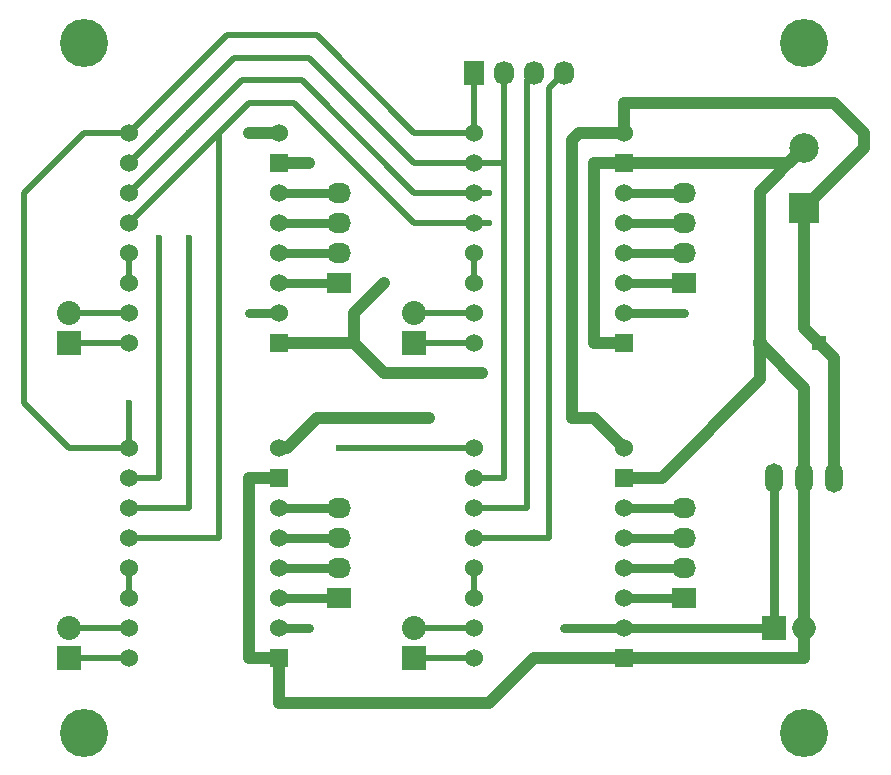
<source format=gbr>
G04 #@! TF.FileFunction,Copper,L2,Bot,Signal*
%FSLAX46Y46*%
G04 Gerber Fmt 4.6, Leading zero omitted, Abs format (unit mm)*
G04 Created by KiCad (PCBNEW 4.0.5+dfsg1-4) date Mon Jul 31 15:13:36 2017*
%MOMM*%
%LPD*%
G01*
G04 APERTURE LIST*
%ADD10C,0.100000*%
%ADD11R,1.524000X1.524000*%
%ADD12C,1.524000*%
%ADD13R,2.500000X2.500000*%
%ADD14C,2.500000*%
%ADD15O,1.501140X2.499360*%
%ADD16R,1.300000X1.300000*%
%ADD17C,1.300000*%
%ADD18R,1.727200X2.032000*%
%ADD19O,1.727200X2.032000*%
%ADD20R,2.032000X2.032000*%
%ADD21O,2.032000X2.032000*%
%ADD22R,2.032000X1.727200*%
%ADD23O,2.032000X1.727200*%
%ADD24O,1.998980X1.998980*%
%ADD25R,1.998980X1.998980*%
%ADD26C,4.064000*%
%ADD27C,0.600000*%
%ADD28C,1.000000*%
%ADD29C,0.750000*%
%ADD30C,0.500000*%
G04 APERTURE END LIST*
D10*
D11*
X137160000Y-110490000D03*
D12*
X137160000Y-107950000D03*
X137160000Y-105410000D03*
X137160000Y-102870000D03*
X137160000Y-100330000D03*
X137160000Y-97790000D03*
D11*
X137160000Y-95250000D03*
D12*
X137160000Y-92710000D03*
X124460000Y-92710000D03*
X124460000Y-95250000D03*
X124460000Y-97790000D03*
X124460000Y-100330000D03*
X124460000Y-102870000D03*
X124460000Y-105410000D03*
X124460000Y-107950000D03*
X124460000Y-110490000D03*
D11*
X107950000Y-110490000D03*
D12*
X107950000Y-107950000D03*
X107950000Y-105410000D03*
X107950000Y-102870000D03*
X107950000Y-100330000D03*
X107950000Y-97790000D03*
D11*
X107950000Y-95250000D03*
D12*
X107950000Y-92710000D03*
X95250000Y-92710000D03*
X95250000Y-95250000D03*
X95250000Y-97790000D03*
X95250000Y-100330000D03*
X95250000Y-102870000D03*
X95250000Y-105410000D03*
X95250000Y-107950000D03*
X95250000Y-110490000D03*
D11*
X107950000Y-83820000D03*
D12*
X107950000Y-81280000D03*
X107950000Y-78740000D03*
X107950000Y-76200000D03*
X107950000Y-73660000D03*
X107950000Y-71120000D03*
D11*
X107950000Y-68580000D03*
D12*
X107950000Y-66040000D03*
X95250000Y-66040000D03*
X95250000Y-68580000D03*
X95250000Y-71120000D03*
X95250000Y-73660000D03*
X95250000Y-76200000D03*
X95250000Y-78740000D03*
X95250000Y-81280000D03*
X95250000Y-83820000D03*
D13*
X152400000Y-72390000D03*
D14*
X152400000Y-67390000D03*
D15*
X152400000Y-95250000D03*
X154940000Y-95250000D03*
X149860000Y-95250000D03*
D16*
X153670000Y-83820000D03*
D17*
X148670000Y-83820000D03*
D18*
X124460000Y-60960000D03*
D19*
X127000000Y-60960000D03*
X129540000Y-60960000D03*
X132080000Y-60960000D03*
D20*
X90170000Y-83820000D03*
D21*
X90170000Y-81280000D03*
D20*
X90170000Y-110490000D03*
D21*
X90170000Y-107950000D03*
D20*
X119380000Y-83820000D03*
D21*
X119380000Y-81280000D03*
D20*
X119380000Y-110490000D03*
D21*
X119380000Y-107950000D03*
D11*
X137160000Y-83820000D03*
D12*
X137160000Y-81280000D03*
X137160000Y-78740000D03*
X137160000Y-76200000D03*
X137160000Y-73660000D03*
X137160000Y-71120000D03*
D11*
X137160000Y-68580000D03*
D12*
X137160000Y-66040000D03*
X124460000Y-66040000D03*
X124460000Y-68580000D03*
X124460000Y-71120000D03*
X124460000Y-73660000D03*
X124460000Y-76200000D03*
X124460000Y-78740000D03*
X124460000Y-81280000D03*
X124460000Y-83820000D03*
D22*
X113030000Y-78740000D03*
D23*
X113030000Y-76200000D03*
X113030000Y-73660000D03*
X113030000Y-71120000D03*
D22*
X113030000Y-105410000D03*
D23*
X113030000Y-102870000D03*
X113030000Y-100330000D03*
X113030000Y-97790000D03*
D22*
X142240000Y-78740000D03*
D23*
X142240000Y-76200000D03*
X142240000Y-73660000D03*
X142240000Y-71120000D03*
D22*
X142240000Y-105410000D03*
D23*
X142240000Y-102870000D03*
X142240000Y-100330000D03*
X142240000Y-97790000D03*
D24*
X152400000Y-107950000D03*
D25*
X149860000Y-107950000D03*
D26*
X91440000Y-58420000D03*
X152400000Y-58420000D03*
X152400000Y-116840000D03*
X91440000Y-116840000D03*
D27*
X120650000Y-90170000D03*
X132715000Y-90170000D03*
X137160000Y-63500000D03*
X105410000Y-66040000D03*
X110490000Y-68580000D03*
X116840000Y-78740000D03*
X125095000Y-86360000D03*
X134620000Y-83820000D03*
X105410000Y-81280000D03*
X110490000Y-107950000D03*
X132080000Y-107950000D03*
X142240000Y-81280000D03*
X95250000Y-88900000D03*
X113030000Y-92710000D03*
X97790000Y-66040000D03*
X97790000Y-74930000D03*
X128905000Y-71120000D03*
X125730000Y-71120000D03*
X100330000Y-66040000D03*
X100330000Y-74930000D03*
X125730000Y-73660000D03*
X130810000Y-73660000D03*
D28*
X132715000Y-90170000D02*
X134620000Y-90170000D01*
X134620000Y-90170000D02*
X137160000Y-92710000D01*
X111125000Y-90170000D02*
X108585000Y-92710000D01*
X120650000Y-90170000D02*
X111125000Y-90170000D01*
X108585000Y-92710000D02*
X107950000Y-92710000D01*
X107950000Y-66040000D02*
X105410000Y-66040000D01*
X137160000Y-66040000D02*
X133350000Y-66040000D01*
X133350000Y-66040000D02*
X132715000Y-66675000D01*
X132715000Y-66675000D02*
X132715000Y-81280000D01*
X137160000Y-63500000D02*
X137160000Y-66040000D01*
X152400000Y-72390000D02*
X157480000Y-67310000D01*
X154940000Y-63500000D02*
X137160000Y-63500000D01*
X157480000Y-66040000D02*
X154940000Y-63500000D01*
X157480000Y-67310000D02*
X157480000Y-66040000D01*
X153670000Y-83820000D02*
X154940000Y-85090000D01*
X154940000Y-85090000D02*
X154940000Y-95250000D01*
X152400000Y-72390000D02*
X152400000Y-82550000D01*
X152400000Y-82550000D02*
X153670000Y-83820000D01*
X132715000Y-81280000D02*
X132715000Y-90170000D01*
X132715000Y-81280000D02*
X132715000Y-90170000D01*
X132715000Y-90170000D02*
X132715000Y-90170000D01*
X137160000Y-95250000D02*
X140335000Y-95250000D01*
X148670000Y-86915000D02*
X148670000Y-83820000D01*
X140335000Y-95250000D02*
X148670000Y-86915000D01*
X107950000Y-110490000D02*
X105410000Y-110490000D01*
X105410000Y-95250000D02*
X107950000Y-95250000D01*
X105410000Y-110490000D02*
X105410000Y-95250000D01*
X137160000Y-110490000D02*
X129540000Y-110490000D01*
X107950000Y-114300000D02*
X107950000Y-110490000D01*
X125730000Y-114300000D02*
X107950000Y-114300000D01*
X129540000Y-110490000D02*
X125730000Y-114300000D01*
X114300000Y-83820000D02*
X114300000Y-81280000D01*
X110490000Y-68580000D02*
X107950000Y-68580000D01*
X114300000Y-81280000D02*
X116840000Y-78740000D01*
X134620000Y-83820000D02*
X134620000Y-83820000D01*
X114300000Y-83820000D02*
X107950000Y-83820000D01*
X116840000Y-86360000D02*
X114300000Y-83820000D01*
X125095000Y-86360000D02*
X116840000Y-86360000D01*
X137160000Y-68580000D02*
X134620000Y-68580000D01*
X134620000Y-83820000D02*
X137160000Y-83820000D01*
X134620000Y-68580000D02*
X134620000Y-83820000D01*
X152400000Y-67390000D02*
X151130000Y-68580000D01*
X151130000Y-68580000D02*
X137160000Y-68580000D01*
X152400000Y-107950000D02*
X152400000Y-110490000D01*
X152400000Y-110490000D02*
X137160000Y-110490000D01*
X152400000Y-95250000D02*
X152400000Y-107950000D01*
X148670000Y-83820000D02*
X148670000Y-83900000D01*
X148670000Y-83900000D02*
X152400000Y-87630000D01*
X152400000Y-87630000D02*
X152400000Y-95250000D01*
X152400000Y-67390000D02*
X152320000Y-67390000D01*
X152320000Y-67390000D02*
X148670000Y-71040000D01*
X148670000Y-71040000D02*
X148670000Y-83820000D01*
X137160000Y-95250000D02*
X137240000Y-95250000D01*
D29*
X105410000Y-81280000D02*
X107950000Y-81280000D01*
X137160000Y-107950000D02*
X132080000Y-107950000D01*
X110490000Y-107950000D02*
X107950000Y-107950000D01*
X142240000Y-81280000D02*
X137160000Y-81280000D01*
X149860000Y-107950000D02*
X137160000Y-107950000D01*
X149860000Y-95250000D02*
X149860000Y-107950000D01*
D30*
X124460000Y-60960000D02*
X124460000Y-66040000D01*
X95250000Y-92710000D02*
X95250000Y-88900000D01*
X124460000Y-92710000D02*
X113030000Y-92710000D01*
X95250000Y-92710000D02*
X90170000Y-92710000D01*
X86360000Y-71120000D02*
X91440000Y-66040000D01*
X86360000Y-88900000D02*
X86360000Y-71120000D01*
X90170000Y-92710000D02*
X86360000Y-88900000D01*
X124460000Y-66040000D02*
X119380000Y-66040000D01*
X103505000Y-57785000D02*
X95250000Y-66040000D01*
X95250000Y-66040000D02*
X91440000Y-66040000D01*
X111125000Y-57785000D02*
X103505000Y-57785000D01*
X119380000Y-66040000D02*
X111125000Y-57785000D01*
X127000000Y-60960000D02*
X127000000Y-68580000D01*
X127000000Y-68580000D02*
X127000000Y-95250000D01*
X127000000Y-95250000D02*
X124460000Y-95250000D01*
X127000000Y-68580000D02*
X124460000Y-68580000D01*
X95250000Y-95250000D02*
X97790000Y-95250000D01*
X97790000Y-91440000D02*
X97790000Y-95250000D01*
X97790000Y-74930000D02*
X97790000Y-91440000D01*
X124460000Y-68580000D02*
X119380000Y-68580000D01*
X119380000Y-68580000D02*
X110490000Y-59690000D01*
X110490000Y-59690000D02*
X104140000Y-59690000D01*
X104140000Y-59690000D02*
X97790000Y-66040000D01*
X97790000Y-66040000D02*
X95250000Y-68580000D01*
X128905000Y-71120000D02*
X128905000Y-61595000D01*
X128905000Y-61595000D02*
X129540000Y-60960000D01*
X128905000Y-71120000D02*
X128905000Y-97790000D01*
X128905000Y-97790000D02*
X124460000Y-97790000D01*
X124460000Y-71120000D02*
X125730000Y-71120000D01*
X95250000Y-97790000D02*
X100330000Y-97790000D01*
X100330000Y-74930000D02*
X100330000Y-97790000D01*
X124460000Y-71120000D02*
X119380000Y-71120000D01*
X104775000Y-61595000D02*
X100330000Y-66040000D01*
X100330000Y-66040000D02*
X95250000Y-71120000D01*
X109855000Y-61595000D02*
X104775000Y-61595000D01*
X119380000Y-71120000D02*
X109855000Y-61595000D01*
X130810000Y-73660000D02*
X130810000Y-100330000D01*
X130810000Y-100330000D02*
X124460000Y-100330000D01*
X130810000Y-73660000D02*
X130810000Y-62230000D01*
X130810000Y-62230000D02*
X132080000Y-60960000D01*
X124460000Y-73660000D02*
X125730000Y-73660000D01*
X102870000Y-66040000D02*
X102870000Y-100330000D01*
X102870000Y-100330000D02*
X95250000Y-100330000D01*
X124460000Y-73660000D02*
X119380000Y-73660000D01*
X105410000Y-63500000D02*
X102870000Y-66040000D01*
X102870000Y-66040000D02*
X95250000Y-73660000D01*
X109220000Y-63500000D02*
X105410000Y-63500000D01*
X119380000Y-73660000D02*
X109220000Y-63500000D01*
X95250000Y-83820000D02*
X90170000Y-83820000D01*
X90170000Y-81280000D02*
X95250000Y-81280000D01*
X95250000Y-110490000D02*
X90170000Y-110490000D01*
X90170000Y-107950000D02*
X95250000Y-107950000D01*
X119380000Y-83820000D02*
X124460000Y-83820000D01*
X124460000Y-81280000D02*
X119380000Y-81280000D01*
X124460000Y-110490000D02*
X119380000Y-110490000D01*
X119380000Y-107950000D02*
X124460000Y-107950000D01*
D29*
X113030000Y-78740000D02*
X107950000Y-78740000D01*
X107950000Y-76200000D02*
X113030000Y-76200000D01*
X113030000Y-73660000D02*
X107950000Y-73660000D01*
X107950000Y-71120000D02*
X113030000Y-71120000D01*
D30*
X95250000Y-76200000D02*
X95250000Y-78740000D01*
D29*
X113030000Y-105410000D02*
X107950000Y-105410000D01*
X107950000Y-102870000D02*
X113030000Y-102870000D01*
X107950000Y-100330000D02*
X113030000Y-100330000D01*
X113030000Y-97790000D02*
X107950000Y-97790000D01*
D30*
X95250000Y-102870000D02*
X95250000Y-105410000D01*
D29*
X142240000Y-78740000D02*
X137160000Y-78740000D01*
X142240000Y-76200000D02*
X137160000Y-76200000D01*
X137160000Y-73660000D02*
X142240000Y-73660000D01*
X142240000Y-71120000D02*
X137160000Y-71120000D01*
D30*
X124460000Y-76200000D02*
X124460000Y-78740000D01*
D29*
X137160000Y-105410000D02*
X142240000Y-105410000D01*
X142240000Y-102870000D02*
X137160000Y-102870000D01*
X142240000Y-100330000D02*
X137160000Y-100330000D01*
X137160000Y-97790000D02*
X142240000Y-97790000D01*
D30*
X124460000Y-105410000D02*
X124460000Y-102870000D01*
M02*

</source>
